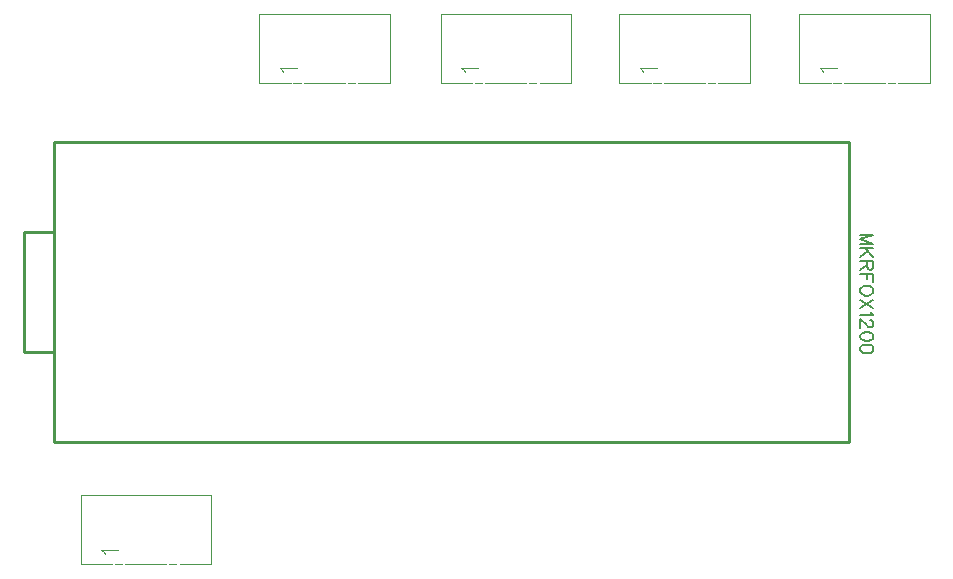
<source format=gto>
G04 Layer: TopSilkLayer*
G04 EasyEDA v6.4.25, 2022-01-18T14:28:11+01:00*
G04 Gerber Generator version 0.2*
G04 Scale: 100 percent, Rotated: No, Reflected: No *
G04 Dimensions in millimeters *
G04 leading zeros omitted , absolute positions ,4 integer and 5 decimal *
%FSLAX45Y45*%
%MOMM*%

%ADD10C,0.2540*%
%ADD19C,0.1200*%
%ADD20C,0.1524*%

%LPD*%
D19*
X11349710Y4613910D02*
G01*
X11342852Y4627626D01*
X11322278Y4647945D01*
X11465534Y4647945D01*
X17433010Y8690610D02*
G01*
X17426152Y8704326D01*
X17405578Y8724645D01*
X17548834Y8724645D01*
D20*
X17857216Y7315200D02*
G01*
X17748250Y7315200D01*
X17857216Y7315200D02*
G01*
X17748250Y7273544D01*
X17857216Y7232142D02*
G01*
X17748250Y7273544D01*
X17857216Y7232142D02*
G01*
X17748250Y7232142D01*
X17857216Y7197852D02*
G01*
X17748250Y7197852D01*
X17857216Y7124954D02*
G01*
X17784572Y7197852D01*
X17810479Y7171689D02*
G01*
X17748250Y7124954D01*
X17857216Y7090663D02*
G01*
X17748250Y7090663D01*
X17857216Y7090663D02*
G01*
X17857216Y7043928D01*
X17852136Y7028434D01*
X17846802Y7023100D01*
X17836388Y7018020D01*
X17825974Y7018020D01*
X17815559Y7023100D01*
X17810479Y7028434D01*
X17805400Y7043928D01*
X17805400Y7090663D01*
X17805400Y7054342D02*
G01*
X17748250Y7018020D01*
X17857216Y6983729D02*
G01*
X17748250Y6983729D01*
X17857216Y6983729D02*
G01*
X17857216Y6916165D01*
X17805400Y6983729D02*
G01*
X17805400Y6942073D01*
X17857216Y6850634D02*
G01*
X17852136Y6861047D01*
X17841722Y6871462D01*
X17831308Y6876795D01*
X17815559Y6881876D01*
X17789652Y6881876D01*
X17774158Y6876795D01*
X17763743Y6871462D01*
X17753329Y6861047D01*
X17748250Y6850634D01*
X17748250Y6830060D01*
X17753329Y6819645D01*
X17763743Y6809231D01*
X17774158Y6803897D01*
X17789652Y6798818D01*
X17815559Y6798818D01*
X17831308Y6803897D01*
X17841722Y6809231D01*
X17852136Y6819645D01*
X17857216Y6830060D01*
X17857216Y6850634D01*
X17857216Y6764528D02*
G01*
X17748250Y6691629D01*
X17857216Y6691629D02*
G01*
X17748250Y6764528D01*
X17836388Y6657339D02*
G01*
X17841722Y6647179D01*
X17857216Y6631431D01*
X17748250Y6631431D01*
X17831308Y6592062D02*
G01*
X17836388Y6592062D01*
X17846802Y6586728D01*
X17852136Y6581647D01*
X17857216Y6571234D01*
X17857216Y6550405D01*
X17852136Y6539992D01*
X17846802Y6534912D01*
X17836388Y6529578D01*
X17825974Y6529578D01*
X17815559Y6534912D01*
X17800066Y6545326D01*
X17748250Y6597142D01*
X17748250Y6524497D01*
X17857216Y6458965D02*
G01*
X17852136Y6474460D01*
X17836388Y6484873D01*
X17810479Y6490207D01*
X17794986Y6490207D01*
X17768824Y6484873D01*
X17753329Y6474460D01*
X17748250Y6458965D01*
X17748250Y6448552D01*
X17753329Y6433057D01*
X17768824Y6422644D01*
X17794986Y6417310D01*
X17810479Y6417310D01*
X17836388Y6422644D01*
X17852136Y6433057D01*
X17857216Y6448552D01*
X17857216Y6458965D01*
X17857216Y6352031D02*
G01*
X17852136Y6367526D01*
X17836388Y6377939D01*
X17810479Y6383020D01*
X17794986Y6383020D01*
X17768824Y6377939D01*
X17753329Y6367526D01*
X17748250Y6352031D01*
X17748250Y6341618D01*
X17753329Y6325870D01*
X17768824Y6315710D01*
X17794986Y6310376D01*
X17810479Y6310376D01*
X17836388Y6315710D01*
X17852136Y6325870D01*
X17857216Y6341618D01*
X17857216Y6352031D01*
D19*
X12861010Y8690610D02*
G01*
X12854152Y8704326D01*
X12833578Y8724645D01*
X12976834Y8724645D01*
X14397710Y8690610D02*
G01*
X14390852Y8704326D01*
X14370278Y8724645D01*
X14513534Y8724645D01*
X15909010Y8690610D02*
G01*
X15902152Y8704326D01*
X15881578Y8724645D01*
X16024834Y8724645D01*
X11896826Y4521454D02*
G01*
X11956770Y4521454D01*
X11436578Y4521454D02*
G01*
X11496776Y4521454D01*
X11411686Y4521454D02*
G01*
X11146764Y4521454D01*
X11146764Y5106415D01*
X12251664Y5106415D01*
X12251664Y4521454D01*
X11986742Y4521454D01*
X11521668Y4521454D02*
G01*
X11871680Y4521454D01*
X17980126Y8598154D02*
G01*
X18040070Y8598154D01*
X17519878Y8598154D02*
G01*
X17580076Y8598154D01*
X17494986Y8598154D02*
G01*
X17230064Y8598154D01*
X17230064Y9183115D01*
X18334964Y9183115D01*
X18334964Y8598154D01*
X18070042Y8598154D01*
X17604968Y8598154D02*
G01*
X17954980Y8598154D01*
D10*
X10922000Y7340600D02*
G01*
X10922000Y6324600D01*
X10668000Y6324600D01*
X10668000Y7340600D01*
X10922000Y7340600D01*
X17653000Y8102600D02*
G01*
X17653000Y5562600D01*
X10922000Y5562600D01*
X10922000Y8102600D01*
X17653000Y8102600D01*
D19*
X13408126Y8598154D02*
G01*
X13468070Y8598154D01*
X12947878Y8598154D02*
G01*
X13008076Y8598154D01*
X12922986Y8598154D02*
G01*
X12658064Y8598154D01*
X12658064Y9183115D01*
X13762964Y9183115D01*
X13762964Y8598154D01*
X13498042Y8598154D01*
X13032968Y8598154D02*
G01*
X13382980Y8598154D01*
X14944826Y8598154D02*
G01*
X15004770Y8598154D01*
X14484578Y8598154D02*
G01*
X14544776Y8598154D01*
X14459686Y8598154D02*
G01*
X14194764Y8598154D01*
X14194764Y9183115D01*
X15299664Y9183115D01*
X15299664Y8598154D01*
X15034742Y8598154D01*
X14569668Y8598154D02*
G01*
X14919680Y8598154D01*
X16456126Y8598154D02*
G01*
X16516070Y8598154D01*
X15995878Y8598154D02*
G01*
X16056076Y8598154D01*
X15970986Y8598154D02*
G01*
X15706064Y8598154D01*
X15706064Y9183115D01*
X16810964Y9183115D01*
X16810964Y8598154D01*
X16546042Y8598154D01*
X16080968Y8598154D02*
G01*
X16430980Y8598154D01*
M02*

</source>
